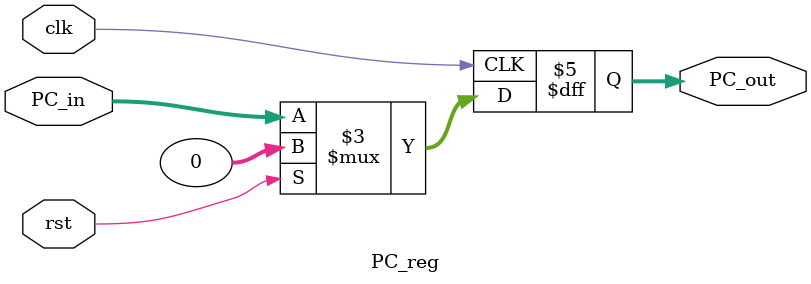
<source format=v>
`timescale 1ns / 1ps


module PC_reg(clk, rst, PC_in, PC_out);
// declaring the inputs
input  clk,rst;
input [31:0] PC_in;
// declaring the output
output reg [31:0] PC_out;

// PC logic
always @(posedge clk)
begin
    if (rst) begin
        PC_out <= 32'h00000000;
    end
    else begin
        PC_out <= PC_in;
    end
end
endmodule

</source>
